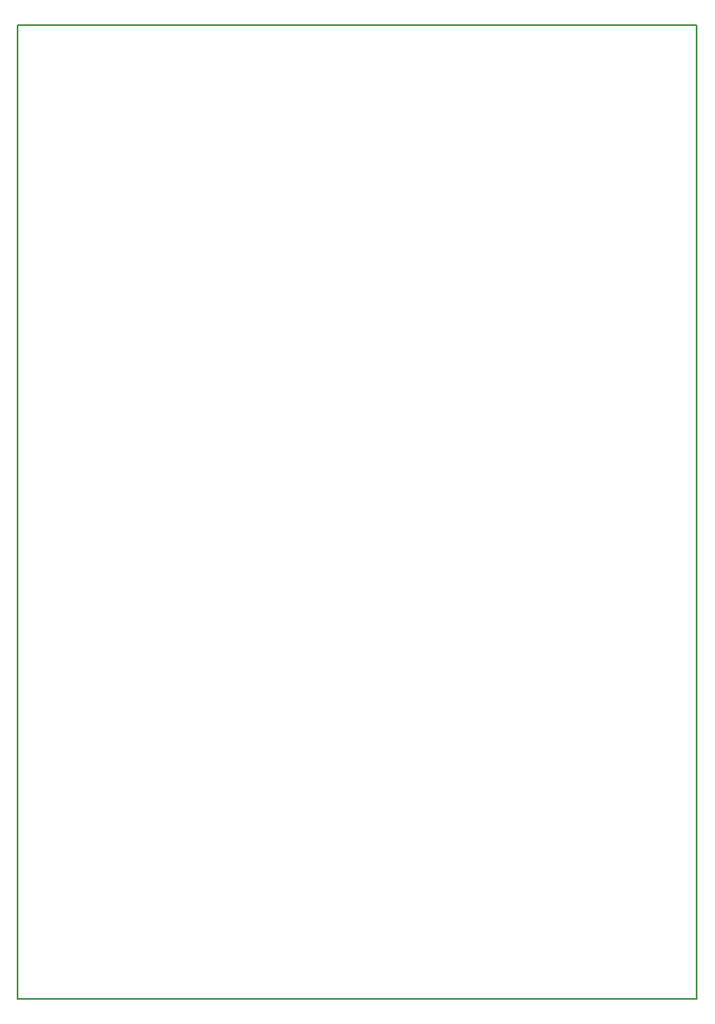
<source format=gm1>
G04 #@! TF.FileFunction,Profile,NP*
%FSLAX46Y46*%
G04 Gerber Fmt 4.6, Leading zero omitted, Abs format (unit mm)*
G04 Created by KiCad (PCBNEW 4.0.7) date 04/10/18 21:55:25*
%MOMM*%
%LPD*%
G01*
G04 APERTURE LIST*
%ADD10C,0.100000*%
%ADD11C,0.150000*%
G04 APERTURE END LIST*
D10*
D11*
X168910000Y-35941000D02*
X168910000Y-134493000D01*
X100139500Y-35941000D02*
X168910000Y-35941000D01*
X100139500Y-134493000D02*
X100139500Y-35941000D01*
X168910000Y-134493000D02*
X100139500Y-134493000D01*
M02*

</source>
